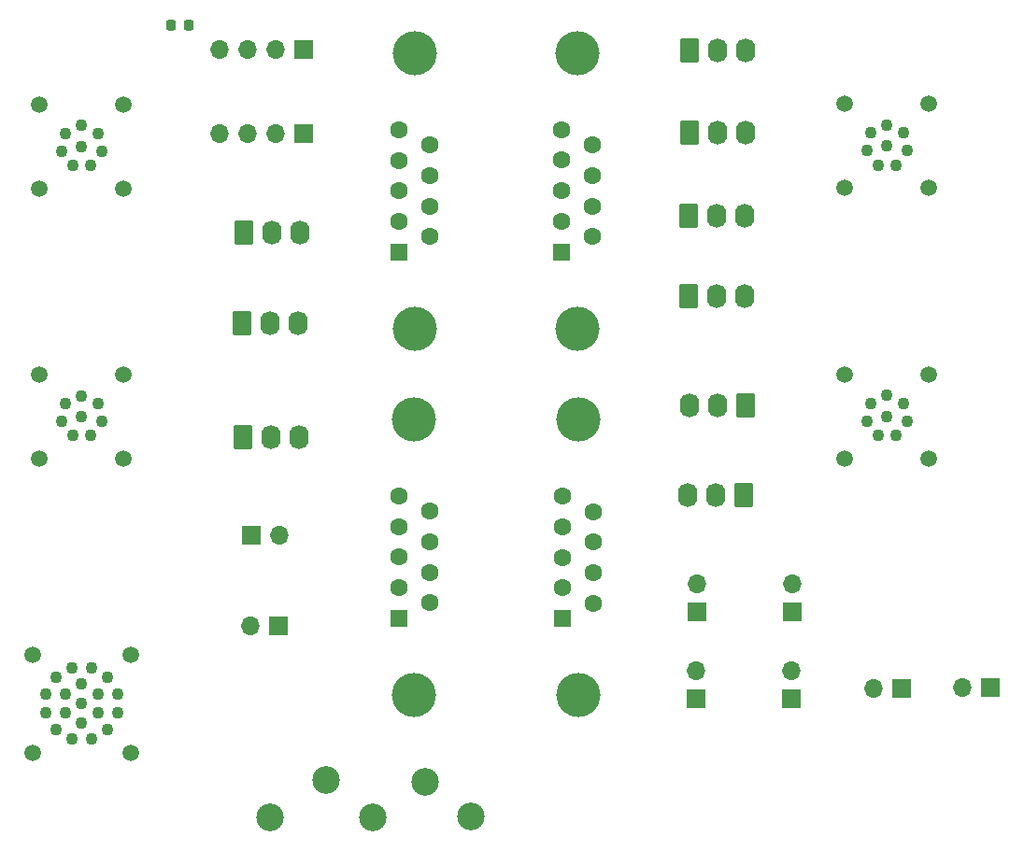
<source format=gbr>
G04 #@! TF.GenerationSoftware,KiCad,Pcbnew,(7.0.0)*
G04 #@! TF.CreationDate,2023-03-08T01:07:39+01:00*
G04 #@! TF.ProjectId,inverter_box_LV_distribution_board,696e7665-7274-4657-925f-626f785f4c56,rev?*
G04 #@! TF.SameCoordinates,Original*
G04 #@! TF.FileFunction,Soldermask,Top*
G04 #@! TF.FilePolarity,Negative*
%FSLAX46Y46*%
G04 Gerber Fmt 4.6, Leading zero omitted, Abs format (unit mm)*
G04 Created by KiCad (PCBNEW (7.0.0)) date 2023-03-08 01:07:39*
%MOMM*%
%LPD*%
G01*
G04 APERTURE LIST*
G04 Aperture macros list*
%AMRoundRect*
0 Rectangle with rounded corners*
0 $1 Rounding radius*
0 $2 $3 $4 $5 $6 $7 $8 $9 X,Y pos of 4 corners*
0 Add a 4 corners polygon primitive as box body*
4,1,4,$2,$3,$4,$5,$6,$7,$8,$9,$2,$3,0*
0 Add four circle primitives for the rounded corners*
1,1,$1+$1,$2,$3*
1,1,$1+$1,$4,$5*
1,1,$1+$1,$6,$7*
1,1,$1+$1,$8,$9*
0 Add four rect primitives between the rounded corners*
20,1,$1+$1,$2,$3,$4,$5,0*
20,1,$1+$1,$4,$5,$6,$7,0*
20,1,$1+$1,$6,$7,$8,$9,0*
20,1,$1+$1,$8,$9,$2,$3,0*%
G04 Aperture macros list end*
%ADD10C,4.000000*%
%ADD11R,1.600000X1.600000*%
%ADD12C,1.600000*%
%ADD13C,2.500000*%
%ADD14C,1.099820*%
%ADD15C,1.498600*%
%ADD16RoundRect,0.218750X-0.218750X-0.256250X0.218750X-0.256250X0.218750X0.256250X-0.218750X0.256250X0*%
%ADD17R,1.700000X1.700000*%
%ADD18O,1.700000X1.700000*%
%ADD19RoundRect,0.250000X-0.620000X-0.850000X0.620000X-0.850000X0.620000X0.850000X-0.620000X0.850000X0*%
%ADD20O,1.740000X2.200000*%
%ADD21RoundRect,0.250000X0.620000X0.850000X-0.620000X0.850000X-0.620000X-0.850000X0.620000X-0.850000X0*%
G04 APERTURE END LIST*
D10*
X125417720Y-77541520D03*
X125417720Y-52541520D03*
D11*
X123997719Y-70581519D03*
D12*
X123997720Y-67811520D03*
X123997720Y-65041520D03*
X123997720Y-62271520D03*
X123997720Y-59501520D03*
X126837720Y-69196520D03*
X126837720Y-66426520D03*
X126837720Y-63656520D03*
X126837720Y-60886520D03*
D10*
X110655240Y-110734240D03*
X110655240Y-85734240D03*
D11*
X109235239Y-103774239D03*
D12*
X109235240Y-101004240D03*
X109235240Y-98234240D03*
X109235240Y-95464240D03*
X109235240Y-92694240D03*
X112075240Y-102389240D03*
X112075240Y-99619240D03*
X112075240Y-96849240D03*
X112075240Y-94079240D03*
D10*
X125499000Y-110764720D03*
X125499000Y-85764720D03*
D11*
X124078999Y-103804719D03*
D12*
X124079000Y-101034720D03*
X124079000Y-98264720D03*
X124079000Y-95494720D03*
X124079000Y-92724720D03*
X126919000Y-102419720D03*
X126919000Y-99649720D03*
X126919000Y-96879720D03*
X126919000Y-94109720D03*
D10*
X110680640Y-77551680D03*
X110680640Y-52551680D03*
D11*
X109260639Y-70591679D03*
D12*
X109260640Y-67821680D03*
X109260640Y-65051680D03*
X109260640Y-62281680D03*
X109260640Y-59511680D03*
X112100640Y-69206680D03*
X112100640Y-66436680D03*
X112100640Y-63666680D03*
X112100640Y-60896680D03*
D13*
X106892400Y-121797800D03*
X102628700Y-118491000D03*
X115778280Y-121777760D03*
X111633000Y-118592600D03*
D14*
X79657360Y-108276740D03*
X78156220Y-109145420D03*
X77287540Y-110646560D03*
X77287540Y-112378840D03*
X78156220Y-113879980D03*
X79657360Y-114748660D03*
X81389640Y-114748660D03*
X82890780Y-113879980D03*
X83759460Y-112378840D03*
X83759460Y-110646560D03*
X82890780Y-109145420D03*
X81389640Y-108276740D03*
X80523500Y-109765180D03*
X79009660Y-110638940D03*
X79009660Y-112386460D03*
X80523500Y-113260220D03*
X82037340Y-112386460D03*
X82037340Y-110638940D03*
X80523500Y-111512700D03*
D15*
X76078500Y-115957700D03*
X84968500Y-115957700D03*
X84968500Y-107067700D03*
X76078500Y-107067700D03*
D14*
X80523500Y-83612780D03*
X79040140Y-84329060D03*
X78671840Y-85934340D03*
X79700540Y-87224660D03*
X81346460Y-87224660D03*
X82375160Y-85934340D03*
X82006860Y-84329060D03*
X80523500Y-85512700D03*
D15*
X76713500Y-89322700D03*
X84333500Y-89322700D03*
X84333500Y-81702700D03*
X76713500Y-81702700D03*
D14*
X80523500Y-59112780D03*
X79040140Y-59829060D03*
X78671840Y-61434340D03*
X79700540Y-62724660D03*
X81346460Y-62724660D03*
X82375160Y-61434340D03*
X82006860Y-59829060D03*
X80523500Y-61012700D03*
D15*
X76713500Y-64822700D03*
X84333500Y-64822700D03*
X84333500Y-57202700D03*
X76713500Y-57202700D03*
D14*
X153500000Y-59100080D03*
X152016640Y-59816360D03*
X151648340Y-61421640D03*
X152677040Y-62711960D03*
X154322960Y-62711960D03*
X155351660Y-61421640D03*
X154983360Y-59816360D03*
X153500000Y-61000000D03*
D15*
X149690000Y-64810000D03*
X157310000Y-64810000D03*
X157310000Y-57190000D03*
X149690000Y-57190000D03*
D14*
X153500000Y-83600080D03*
X152016640Y-84316360D03*
X151648340Y-85921640D03*
X152677040Y-87211960D03*
X154322960Y-87211960D03*
X155351660Y-85921640D03*
X154983360Y-84316360D03*
X153500000Y-85500000D03*
D15*
X149690000Y-89310000D03*
X157310000Y-89310000D03*
X157310000Y-81690000D03*
X149690000Y-81690000D03*
D13*
X97586800Y-121798080D03*
D16*
X88646000Y-50038000D03*
X90221000Y-50038000D03*
D17*
X144854719Y-111116479D03*
D18*
X144854719Y-108576479D03*
D19*
X135554720Y-67335400D03*
D20*
X138094719Y-67335399D03*
X140634719Y-67335399D03*
D19*
X135600440Y-59735720D03*
D20*
X138140439Y-59735719D03*
X140680439Y-59735719D03*
D19*
X135615680Y-52339240D03*
D20*
X138155679Y-52339239D03*
X140695679Y-52339239D03*
D19*
X135514080Y-74625200D03*
D20*
X138054079Y-74625199D03*
X140594079Y-74625199D03*
D17*
X162880039Y-110042959D03*
D18*
X160340039Y-110042959D03*
D21*
X140665200Y-84531200D03*
D20*
X138125199Y-84531199D03*
X135585199Y-84531199D03*
D17*
X95905319Y-96255839D03*
D18*
X98445319Y-96255839D03*
D17*
X98353879Y-104505759D03*
D18*
X95813879Y-104505759D03*
D17*
X154787599Y-110195359D03*
D18*
X152247599Y-110195359D03*
D21*
X140553440Y-92643960D03*
D20*
X138013439Y-92643959D03*
X135473439Y-92643959D03*
D17*
X100655119Y-52222399D03*
D18*
X98115119Y-52222399D03*
X95575119Y-52222399D03*
X93035119Y-52222399D03*
D19*
X95148400Y-87391240D03*
D20*
X97688399Y-87391239D03*
X100228399Y-87391239D03*
D17*
X100599239Y-59903359D03*
D18*
X98059239Y-59903359D03*
X95519239Y-59903359D03*
X92979239Y-59903359D03*
D19*
X95214440Y-68834000D03*
D20*
X97754439Y-68833999D03*
X100294439Y-68833999D03*
D19*
X95072200Y-77063600D03*
D20*
X97612199Y-77063599D03*
X100152199Y-77063599D03*
D17*
X136320799Y-103190039D03*
D18*
X136320799Y-100650039D03*
D17*
X136221439Y-111096639D03*
D18*
X136221439Y-108556639D03*
D17*
X144882959Y-103180199D03*
D18*
X144882959Y-100640199D03*
M02*

</source>
